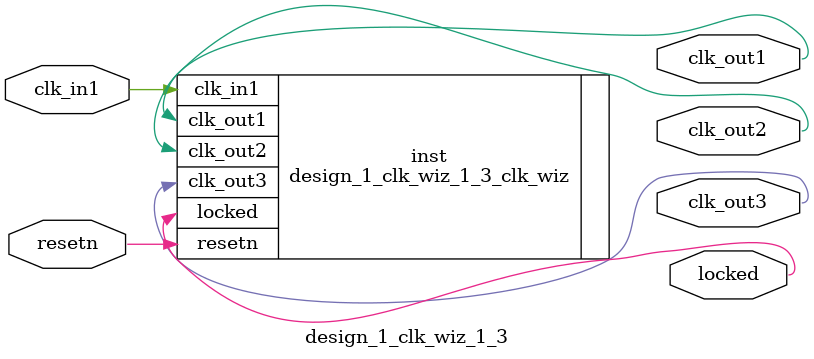
<source format=v>


`timescale 1ps/1ps

(* CORE_GENERATION_INFO = "design_1_clk_wiz_1_3,clk_wiz_v6_0_2_0_0,{component_name=design_1_clk_wiz_1_3,use_phase_alignment=true,use_min_o_jitter=false,use_max_i_jitter=false,use_dyn_phase_shift=false,use_inclk_switchover=false,use_dyn_reconfig=false,enable_axi=0,feedback_source=FDBK_AUTO,PRIMITIVE=MMCM,num_out_clk=3,clkin1_period=10.000,clkin2_period=10.000,use_power_down=false,use_reset=true,use_locked=true,use_inclk_stopped=false,feedback_type=SINGLE,CLOCK_MGR_TYPE=NA,manual_override=false}" *)

module design_1_clk_wiz_1_3 
 (
  // Clock out ports
  output        clk_out1,
  output        clk_out2,
  output        clk_out3,
  // Status and control signals
  input         resetn,
  output        locked,
 // Clock in ports
  input         clk_in1
 );

  design_1_clk_wiz_1_3_clk_wiz inst
  (
  // Clock out ports  
  .clk_out1(clk_out1),
  .clk_out2(clk_out2),
  .clk_out3(clk_out3),
  // Status and control signals               
  .resetn(resetn), 
  .locked(locked),
 // Clock in ports
  .clk_in1(clk_in1)
  );

endmodule

</source>
